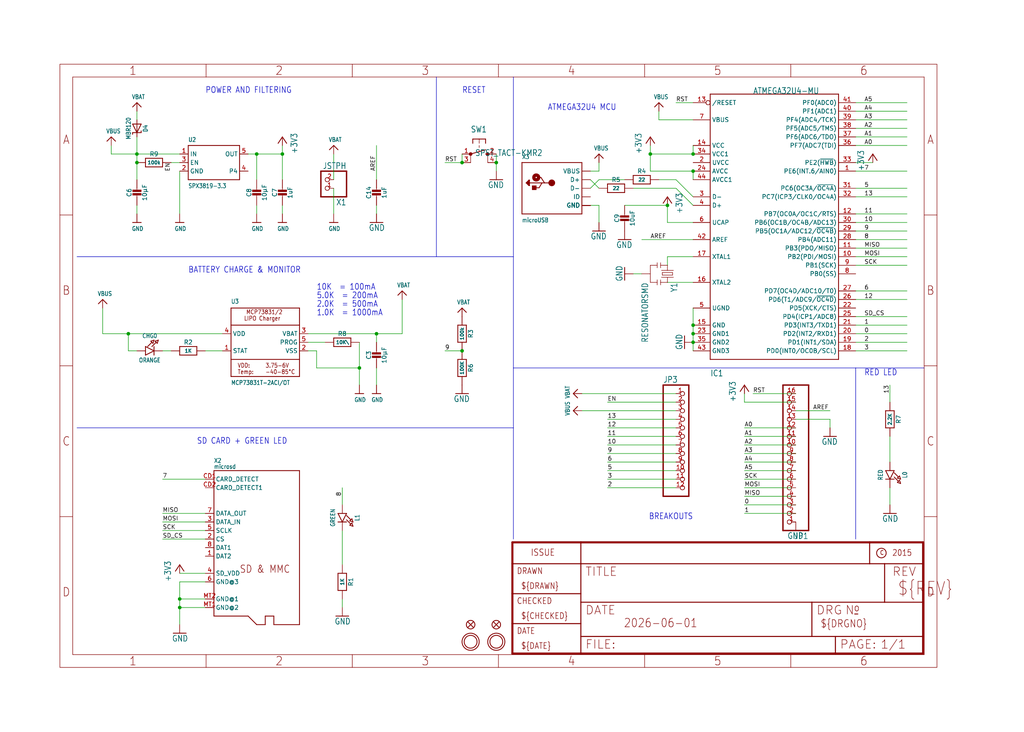
<source format=kicad_sch>
(kicad_sch (version 20230121) (generator eeschema)
  (paper "User" 303.962 217.322)
  (lib_symbols
    (symbol "working-eagle-import:+3V3" (power)
      (property "Value" "+3V3" (at -2.54 -5.08 90))
      (symbol "+3V3_1_0"
        (pin power_in line (at 0 -2.54 90) (length 2.54) (name "+3V3") (number "1"))
      )
    )
    (symbol "working-eagle-import:ATMEGA32U4-MU"
      (property "Reference" "IC" (at -17.78 -38.1 0))
      (symbol "ATMEGA32U4-MU_1_0"
        (pin bidirectional line (at 25.4 22.86 180) (length 5.08) (name "PE6(INT.6/AIN0)") (number "1"))
        (pin bidirectional line (at 25.4 -2.54 180) (length 5.08) (name "PB2(PDI/MOSI)") (number "10"))
        (pin bidirectional line (at 25.4 0 180) (length 5.08) (name "PB3(PDO/MISO)") (number "11"))
        (pin bidirectional line (at 25.4 10.16 180) (length 5.08) (name "PB7(OC0A/OC1C/RTS)") (number "12"))
        (pin bidirectional inverted (at -22.86 43.18 0) (length 5.08) (name "/RESET") (number "13"))
        (pin bidirectional line (at -22.86 30.48 0) (length 5.08) (name "VCC") (number "14"))
        (pin bidirectional line (at -22.86 -22.86 0) (length 5.08) (name "GND") (number "15"))
        (pin bidirectional line (at -22.86 -10.16 0) (length 5.08) (name "XTAL2") (number "16"))
        (pin bidirectional line (at -22.86 -2.54 0) (length 5.08) (name "XTAL1") (number "17"))
        (pin bidirectional line (at 25.4 -30.48 180) (length 5.08) (name "PD0(INT0/OC0B/SCL)") (number "18"))
        (pin bidirectional line (at 25.4 -27.94 180) (length 5.08) (name "PD1(INT1/SDA)") (number "19"))
        (pin bidirectional line (at -22.86 25.4 0) (length 5.08) (name "UVCC") (number "2"))
        (pin bidirectional line (at 25.4 -25.4 180) (length 5.08) (name "PD2(INT2/RXD1)") (number "20"))
        (pin bidirectional line (at 25.4 -22.86 180) (length 5.08) (name "PD3(INT3/TXD1)") (number "21"))
        (pin bidirectional line (at 25.4 -17.78 180) (length 5.08) (name "PD5(XCK/CTS)") (number "22"))
        (pin bidirectional line (at -22.86 -25.4 0) (length 5.08) (name "GND1") (number "23"))
        (pin bidirectional line (at -22.86 22.86 0) (length 5.08) (name "AVCC") (number "24"))
        (pin bidirectional line (at 25.4 -20.32 180) (length 5.08) (name "PD4(ICP1/ADC8)") (number "25"))
        (pin bidirectional line (at 25.4 -15.24 180) (length 5.08) (name "PD6(T1/ADC9/~{OC4D})") (number "26"))
        (pin bidirectional line (at 25.4 -12.7 180) (length 5.08) (name "PD7(OC4D/ADC10/T0)") (number "27"))
        (pin bidirectional line (at 25.4 2.54 180) (length 5.08) (name "PB4(ADC11)") (number "28"))
        (pin bidirectional line (at 25.4 5.08 180) (length 5.08) (name "PB5(OC1A/ADC12/~{OC4B})") (number "29"))
        (pin bidirectional line (at -22.86 15.24 0) (length 5.08) (name "D-") (number "3"))
        (pin bidirectional line (at 25.4 7.62 180) (length 5.08) (name "PB6(OC1B/OC4B/ADC13)") (number "30"))
        (pin bidirectional line (at 25.4 17.78 180) (length 5.08) (name "PC6(OC3A/~{OC4A})") (number "31"))
        (pin bidirectional line (at 25.4 15.24 180) (length 5.08) (name "PC7(ICP3/CLK0/OC4A)") (number "32"))
        (pin bidirectional line (at 25.4 25.4 180) (length 5.08) (name "PE2(~{HWB})") (number "33"))
        (pin bidirectional line (at -22.86 27.94 0) (length 5.08) (name "VCC1") (number "34"))
        (pin bidirectional line (at -22.86 -27.94 0) (length 5.08) (name "GND2") (number "35"))
        (pin bidirectional line (at 25.4 30.48 180) (length 5.08) (name "PF7(ADC7(TDI)") (number "36"))
        (pin bidirectional line (at 25.4 33.02 180) (length 5.08) (name "PF6(ADC6/TDO)") (number "37"))
        (pin bidirectional line (at 25.4 35.56 180) (length 5.08) (name "PF5(ADC5/TMS)") (number "38"))
        (pin bidirectional line (at 25.4 38.1 180) (length 5.08) (name "PF4(ADC4/TCK)") (number "39"))
        (pin bidirectional line (at -22.86 12.7 0) (length 5.08) (name "D+") (number "4"))
        (pin bidirectional line (at 25.4 40.64 180) (length 5.08) (name "PF1(ADC1)") (number "40"))
        (pin bidirectional line (at 25.4 43.18 180) (length 5.08) (name "PF0(ADC0)") (number "41"))
        (pin bidirectional line (at -22.86 2.54 0) (length 5.08) (name "AREF") (number "42"))
        (pin bidirectional line (at -22.86 -30.48 0) (length 5.08) (name "GND3") (number "43"))
        (pin bidirectional line (at -22.86 20.32 0) (length 5.08) (name "AVCC1") (number "44"))
        (pin bidirectional line (at -22.86 -17.78 0) (length 5.08) (name "UGND") (number "5"))
        (pin bidirectional line (at -22.86 7.62 0) (length 5.08) (name "UCAP") (number "6"))
        (pin bidirectional line (at -22.86 38.1 0) (length 5.08) (name "VBUS") (number "7"))
        (pin bidirectional line (at 25.4 -7.62 180) (length 5.08) (name "PB0(SS)") (number "8"))
        (pin bidirectional line (at 25.4 -5.08 180) (length 5.08) (name "PB1(SCK)") (number "9"))
      )
    )
    (symbol "working-eagle-import:CAP_CERAMIC0603_NO"
      (property "Reference" "C" (at -2.29 1.25 90))
      (symbol "CAP_CERAMIC0603_NO_1_0"
        (pin passive line (at 0 5.08 270) (length 2.54) (name "1") (number "1"))
        (pin passive line (at 0 -2.54 90) (length 2.54) (name "2") (number "2"))
      )
    )
    (symbol "working-eagle-import:CAP_CERAMIC0805-NOOUTLINE"
      (property "Reference" "C" (at -2.29 1.25 90))
      (symbol "CAP_CERAMIC0805-NOOUTLINE_1_0"
        (pin passive line (at 0 5.08 270) (length 2.54) (name "1") (number "1"))
        (pin passive line (at 0 -2.54 90) (length 2.54) (name "2") (number "2"))
      )
    )
    (symbol "working-eagle-import:CON_JST_PH_2PIN"
      (property "Reference" "X" (at -6.35 5.715 0))
      (symbol "CON_JST_PH_2PIN_1_0"
        (pin passive inverted (at -2.54 2.54 0) (length 2.54) (name "1") (number "1"))
        (pin passive inverted (at -2.54 0 0) (length 2.54) (name "2") (number "2"))
      )
    )
    (symbol "working-eagle-import:DIODE-SCHOTTKYSOD-123"
      (property "Reference" "D" (at 0 2.54 0))
      (symbol "DIODE-SCHOTTKYSOD-123_1_0"
        (pin passive line (at -2.54 0 0) (length 2.54) (name "A") (number "A"))
        (pin passive line (at 2.54 0 180) (length 2.54) (name "C") (number "C"))
      )
    )
    (symbol "working-eagle-import:FIDUCIAL{dblquote}{dblquote}")
    (symbol "working-eagle-import:FRAME_A4"
      (symbol "FRAME_A4_1_0"
        (text "1" (at 21.6958 1.905 0) (effects (font (size 2.54 2.286))))
        (text "1" (at 21.6958 177.165 0) (effects (font (size 2.54 2.286))))
        (text "2" (at 65.0875 1.905 0) (effects (font (size 2.54 2.286))))
        (text "2" (at 65.0875 177.165 0) (effects (font (size 2.54 2.286))))
        (text "3" (at 108.4792 1.905 0) (effects (font (size 2.54 2.286))))
        (text "3" (at 108.4792 177.165 0) (effects (font (size 2.54 2.286))))
        (text "4" (at 151.8708 1.905 0) (effects (font (size 2.54 2.286))))
        (text "4" (at 151.8708 177.165 0) (effects (font (size 2.54 2.286))))
        (text "5" (at 195.2625 1.905 0) (effects (font (size 2.54 2.286))))
        (text "5" (at 195.2625 177.165 0) (effects (font (size 2.54 2.286))))
        (text "6" (at 238.6542 1.905 0) (effects (font (size 2.54 2.286))))
        (text "6" (at 238.6542 177.165 0) (effects (font (size 2.54 2.286))))
        (text "A" (at 1.905 156.6863 0) (effects (font (size 2.54 2.286))))
        (text "A" (at 258.445 156.6863 0) (effects (font (size 2.54 2.286))))
        (text "B" (at 1.905 111.9188 0) (effects (font (size 2.54 2.286))))
        (text "B" (at 258.445 111.9188 0) (effects (font (size 2.54 2.286))))
        (text "C" (at 1.905 67.1513 0) (effects (font (size 2.54 2.286))))
        (text "C" (at 258.445 67.1513 0) (effects (font (size 2.54 2.286))))
        (text "D" (at 1.905 22.3838 0) (effects (font (size 2.54 2.286))))
        (text "D" (at 258.445 22.3838 0) (effects (font (size 2.54 2.286))))
      )
      (symbol "FRAME_A4_2_0"
        (text "${#}/${##}" (at 108.9152 2.8448 0) (effects (font (size 2.54 2.54)) (justify left bottom)))
        (text "${CHECKED}" (at 2.2352 11.7348 0) (effects (font (size 1.778 1.5113)) (justify left bottom)))
        (text "${COMPANY}" (at 23.349 29.6735 0) (effects (font (size 3.175 2.6987) (thickness 0.5397) bold) (justify left bottom)))
        (text "${CURRENT_DATE}" (at 32.7152 9.1948 0) (effects (font (size 2.54 2.159)) (justify left bottom)))
        (text "${DATE}" (at 2.2352 2.8448 0) (effects (font (size 1.778 1.5113)) (justify left bottom)))
        (text "${DRAWN}" (at 2.2352 20.6248 0) (effects (font (size 1.778 1.5113)) (justify left bottom)))
        (text "${DRGNO}" (at 91.1352 9.1948 0) (effects (font (size 2.1844 1.8567)) (justify left bottom)))
        (text "${PROJECTNAME}" (at 33.0327 2.8448 0) (effects (font (size 2.54 2.159)) (justify left bottom)))
        (text "${REV}" (at 113.9952 18.7198 0) (effects (font (size 3.81 3.2385)) (justify left bottom)))
        (text "2015" (at 112.4077 30.4673 0) (effects (font (size 1.778 1.5113)) (justify left bottom)))
        (text "C" (at 108.7564 30.7848 0) (effects (font (size 1.27 1.0795)) (justify left bottom)))
        (text "CHECKED" (at 0.9652 16.1798 0) (effects (font (size 1.778 1.5113)) (justify left bottom)))
        (text "DATE" (at 0.9652 7.2898 0) (effects (font (size 1.778 1.5113)) (justify left bottom)))
        (text "DATE" (at 21.2852 13.0048 0) (effects (font (size 2.54 2.54)) (justify left bottom)))
        (text "DRAWN" (at 0.9652 25.0698 0) (effects (font (size 1.778 1.5113)) (justify left bottom)))
        (text "DRG" (at 89.8652 13.0048 0) (effects (font (size 2.54 2.54)) (justify left bottom)))
        (text "FILE:" (at 21.2852 2.8448 0) (effects (font (size 2.54 2.54)) (justify left bottom)))
        (text "ISSUE" (at 5.0927 30.4673 0) (effects (font (size 1.9304 1.6408)) (justify left bottom)))
        (text "N" (at 98.4377 13.0048 0) (effects (font (size 2.54 2.54)) (justify left bottom)))
        (text "o" (at 100.9777 13.9573 0) (effects (font (size 2.1844 1.8567)) (justify left bottom)))
        (text "PAGE:" (at 96.8502 2.8448 0) (effects (font (size 2.54 2.54)) (justify left bottom)))
        (text "REV" (at 112.4077 24.4348 0) (effects (font (size 2.54 2.54)) (justify left bottom)))
        (text "TITLE" (at 21.2852 24.4348 0) (effects (font (size 2.54 2.54)) (justify left bottom)))
      )
    )
    (symbol "working-eagle-import:GND" (power)
      (property "Value" "GND" (at -1.524 -2.54 0))
      (symbol "GND_1_0"
        (pin power_in line (at 0 2.54 270) (length 2.54) (name "GND") (number "1"))
      )
    )
    (symbol "working-eagle-import:HEADER-1X12"
      (property "Reference" "JP" (at -6.35 18.415 0))
      (symbol "HEADER-1X12_1_0"
        (pin passive inverted (at -2.54 15.24 0) (length 2.54) (name "1") (number "1"))
        (pin passive inverted (at -2.54 -7.62 0) (length 2.54) (name "10") (number "10"))
        (pin passive inverted (at -2.54 -10.16 0) (length 2.54) (name "11") (number "11"))
        (pin passive inverted (at -2.54 -12.7 0) (length 2.54) (name "12") (number "12"))
        (pin passive inverted (at -2.54 12.7 0) (length 2.54) (name "2") (number "2"))
        (pin passive inverted (at -2.54 10.16 0) (length 2.54) (name "3") (number "3"))
        (pin passive inverted (at -2.54 7.62 0) (length 2.54) (name "4") (number "4"))
        (pin passive inverted (at -2.54 5.08 0) (length 2.54) (name "5") (number "5"))
        (pin passive inverted (at -2.54 2.54 0) (length 2.54) (name "6") (number "6"))
        (pin passive inverted (at -2.54 0 0) (length 2.54) (name "7") (number "7"))
        (pin passive inverted (at -2.54 -2.54 0) (length 2.54) (name "8") (number "8"))
        (pin passive inverted (at -2.54 -5.08 0) (length 2.54) (name "9") (number "9"))
      )
    )
    (symbol "working-eagle-import:HEADER-1X16ROUND"
      (property "Reference" "JP" (at -6.35 20.955 0))
      (symbol "HEADER-1X16ROUND_1_0"
        (pin passive inverted (at -2.54 17.78 0) (length 2.54) (name "1") (number "1"))
        (pin passive inverted (at -2.54 -5.08 0) (length 2.54) (name "10") (number "10"))
        (pin passive inverted (at -2.54 -7.62 0) (length 2.54) (name "11") (number "11"))
        (pin passive inverted (at -2.54 -10.16 0) (length 2.54) (name "12") (number "12"))
        (pin passive inverted (at -2.54 -12.7 0) (length 2.54) (name "13") (number "13"))
        (pin passive inverted (at -2.54 -15.24 0) (length 2.54) (name "14") (number "14"))
        (pin passive inverted (at -2.54 -17.78 0) (length 2.54) (name "15") (number "15"))
        (pin passive inverted (at -2.54 -20.32 0) (length 2.54) (name "16") (number "16"))
        (pin passive inverted (at -2.54 15.24 0) (length 2.54) (name "2") (number "2"))
        (pin passive inverted (at -2.54 12.7 0) (length 2.54) (name "3") (number "3"))
        (pin passive inverted (at -2.54 10.16 0) (length 2.54) (name "4") (number "4"))
        (pin passive inverted (at -2.54 7.62 0) (length 2.54) (name "5") (number "5"))
        (pin passive inverted (at -2.54 5.08 0) (length 2.54) (name "6") (number "6"))
        (pin passive inverted (at -2.54 2.54 0) (length 2.54) (name "7") (number "7"))
        (pin passive inverted (at -2.54 0 0) (length 2.54) (name "8") (number "8"))
        (pin passive inverted (at -2.54 -2.54 0) (length 2.54) (name "9") (number "9"))
      )
    )
    (symbol "working-eagle-import:LED0805_NOOUTLINE"
      (property "Reference" "D" (at -1.27 4.445 0))
      (symbol "LED0805_NOOUTLINE_1_0"
        (pin passive line (at -5.08 0 0) (length 2.54) (name "A") (number "A"))
        (pin passive line (at 2.54 0 180) (length 2.54) (name "C") (number "C"))
      )
    )
    (symbol "working-eagle-import:MCP73831/2"
      (property "Reference" "U" (at -10.16 11.43 0))
      (symbol "MCP73831/2_1_0"
        (text "-40-85°C" (at 0 -9.525 0) (effects (font (size 1.27 1.0795)) (justify left bottom)))
        (text "3.75-6V" (at 0 -7.62 0) (effects (font (size 1.27 1.0795)) (justify left bottom)))
        (text "LIPO Charger" (at -6.35 6.35 0) (effects (font (size 1.27 1.0795)) (justify left bottom)))
        (text "MCP73831/2" (at -5.715 8.255 0) (effects (font (size 1.27 1.0795)) (justify left bottom)))
        (text "Temp:" (at -8.255 -9.525 0) (effects (font (size 1.27 1.0795)) (justify left bottom)))
        (text "VDD:" (at -8.255 -7.62 0) (effects (font (size 1.27 1.0795)) (justify left bottom)))
        (pin output line (at -12.7 -2.54 0) (length 2.54) (name "STAT") (number "1"))
        (pin power_in line (at 12.7 -2.54 180) (length 2.54) (name "VSS") (number "2"))
        (pin power_in line (at 12.7 2.54 180) (length 2.54) (name "VBAT") (number "3"))
        (pin power_in line (at -12.7 2.54 0) (length 2.54) (name "VDD") (number "4"))
        (pin input line (at 12.7 0 180) (length 2.54) (name "PROG") (number "5"))
      )
    )
    (symbol "working-eagle-import:MICROSD"
      (property "Reference" "X" (at -12.7 22.606 0))
      (symbol "MICROSD_1_0"
        (text "SD & MMC" (at -5.08 -10.16 0) (effects (font (size 2.1844 1.8567)) (justify left bottom)))
        (pin bidirectional line (at -15.24 -5.08 0) (length 2.54) (name "DAT2") (number "1"))
        (pin input line (at -15.24 0 0) (length 2.54) (name "CS") (number "2"))
        (pin input line (at -15.24 5.08 0) (length 2.54) (name "DATA_IN") (number "3"))
        (pin power_in line (at -15.24 -10.16 0) (length 2.54) (name "SD_VDD") (number "4"))
        (pin input line (at -15.24 2.54 0) (length 2.54) (name "SCLK") (number "5"))
        (pin power_in line (at -15.24 -12.7 0) (length 2.54) (name "GND@3") (number "6"))
        (pin output line (at -15.24 7.62 0) (length 2.54) (name "DATA_OUT") (number "7"))
        (pin bidirectional line (at -15.24 -2.54 0) (length 2.54) (name "DAT1") (number "8"))
        (pin passive line (at -15.24 17.78 0) (length 2.54) (name "CARD_DETECT") (number "CD1"))
        (pin passive line (at -15.24 15.24 0) (length 2.54) (name "CARD_DETECT1") (number "CD2"))
        (pin power_in line (at -15.24 -20.32 0) (length 2.54) (name "GND@2") (number "MT1"))
        (pin power_in line (at -15.24 -17.78 0) (length 2.54) (name "GND@1") (number "MT2"))
      )
    )
    (symbol "working-eagle-import:MOUNTINGHOLE2.5")
    (symbol "working-eagle-import:RESISTOR_0603MP"
      (property "Reference" "R" (at 0 2.54 0))
      (symbol "RESISTOR_0603MP_1_0"
        (pin passive line (at -5.08 0 0) (length 2.54) (name "1") (number "1"))
        (pin passive line (at 5.08 0 180) (length 2.54) (name "2") (number "2"))
      )
    )
    (symbol "working-eagle-import:RESISTOR_0603_NOOUT"
      (property "Reference" "R" (at 0 2.54 0))
      (symbol "RESISTOR_0603_NOOUT_1_0"
        (pin passive line (at -5.08 0 0) (length 2.54) (name "1") (number "1"))
        (pin passive line (at 5.08 0 180) (length 2.54) (name "2") (number "2"))
      )
    )
    (symbol "working-eagle-import:RESONATORSMD"
      (property "Reference" "Y" (at 2.54 1.016 0))
      (symbol "RESONATORSMD_1_0"
        (pin passive line (at -2.54 0 0) (length 0) (name "1") (number "1"))
        (pin passive line (at 0 -7.62 90) (length 0) (name "2") (number "2"))
        (pin passive line (at 2.54 0 180) (length 0) (name "3") (number "3"))
      )
    )
    (symbol "working-eagle-import:SPST_TACT-KMR2"
      (property "Reference" "SW" (at -6.35 -2.54 90))
      (symbol "SPST_TACT-KMR2_1_0"
        (pin passive line (at 0 -5.08 90) (length 2.54) (name "P") (number "1"))
        (pin passive line (at 0 5.08 270) (length 2.54) (name "S") (number "2"))
        (pin passive line (at 2.54 -5.08 90) (length 2.54) (name "P1") (number "3"))
        (pin passive line (at 2.54 5.08 270) (length 2.54) (name "S1") (number "4"))
      )
    )
    (symbol "working-eagle-import:USB_MICRO_20329_V2"
      (property "Reference" "X" (at -10.16 8.636 0))
      (symbol "USB_MICRO_20329_V2_1_0"
        (pin power_in line (at 10.16 -5.08 180) (length 2.54) (name "GND") (number "BASE@1"))
        (pin power_in line (at 10.16 -5.08 180) (length 2.54) (name "GND") (number "BASE@2"))
        (pin bidirectional line (at 10.16 2.54 180) (length 2.54) (name "D+") (number "D+"))
        (pin bidirectional line (at 10.16 0 180) (length 2.54) (name "D-") (number "D-"))
        (pin power_in line (at 10.16 -5.08 180) (length 2.54) (name "GND") (number "GND"))
        (pin bidirectional line (at 10.16 -2.54 180) (length 2.54) (name "ID") (number "ID"))
        (pin power_in line (at 10.16 -5.08 180) (length 2.54) (name "GND") (number "SPRT@1"))
        (pin power_in line (at 10.16 -5.08 180) (length 2.54) (name "GND") (number "SPRT@2"))
        (pin power_in line (at 10.16 -5.08 180) (length 2.54) (name "GND") (number "SPRT@3"))
        (pin power_in line (at 10.16 -5.08 180) (length 2.54) (name "GND") (number "SPRT@4"))
        (pin power_in line (at 10.16 5.08 180) (length 2.54) (name "VBUS") (number "VBUS"))
      )
    )
    (symbol "working-eagle-import:VBAT" (power)
      (property "Value" "VBAT" (at -1.524 1.016 0))
      (symbol "VBAT_1_0"
        (pin power_in line (at 0 -2.54 90) (length 2.54) (name "VBAT") (number "1"))
      )
    )
    (symbol "working-eagle-import:VBUS" (power)
      (property "Value" "VBUS" (at -1.524 1.016 0))
      (symbol "VBUS_1_0"
        (pin power_in line (at 0 -2.54 90) (length 2.54) (name "VBUS") (number "1"))
      )
    )
    (symbol "working-eagle-import:VREG_SOT23-5"
      (property "Reference" "U" (at -7.62 6.096 0))
      (symbol "VREG_SOT23-5_1_0"
        (pin power_in line (at -10.16 2.54 0) (length 2.54) (name "IN") (number "1"))
        (pin power_in line (at -10.16 -2.54 0) (length 2.54) (name "GND") (number "2"))
        (pin input line (at -10.16 0 0) (length 2.54) (name "EN") (number "3"))
        (pin bidirectional line (at 10.16 -2.54 180) (length 2.54) (name "P4") (number "4"))
        (pin power_in line (at 10.16 2.54 180) (length 2.54) (name "OUT") (number "5"))
      )
    )
    (symbol "working-eagle-import:supply1_GND" (power)
      (property "Value" "supply1_GND" (at -2.54 -2.54 0))
      (symbol "supply1_GND_1_0"
        (pin power_in line (at 0 2.54 270) (length 2.54) (name "GND") (number "1"))
      )
    )
  )
  (junction (at 193.04 45.72))
  (junction (at 83.82 45.72))
  (junction (at 76.2 45.72))
  (junction (at 137.16 48.26))
  (junction (at 205.74 99.06))
  (junction (at 198.12 60.96))
  (junction (at 40.64 45.72))
  (junction (at 205.74 101.6))
  (junction (at 205.74 45.72))
  (junction (at 40.64 48.26))
  (junction (at 137.16 104.14))
  (junction (at 147.32 48.26))
  (junction (at 205.74 96.52))
  (junction (at 53.34 177.8))
  (junction (at 111.76 99.06))
  (junction (at 106.68 109.22))
  (junction (at 38.1 99.06))
  (junction (at 205.74 50.8))
  (junction (at 53.34 180.34))
  (wire (pts (xy 205.74 99.06) (xy 205.74 101.6)) (stroke (width 0.1524)))
  (wire (pts (xy 60.96 152.4) (xy 48.26 152.4)) (stroke (width 0.1524)))
  (wire (pts (xy 111.76 53.34) (xy 111.76 43.18)) (stroke (width 0.1524)))
  (wire (pts (xy 177.8 60.96) (xy 177.8 66.04)) (stroke (width 0.1524)))
  (wire (pts (xy 254 35.56) (xy 269.24 35.56)) (stroke (width 0.1524)))
  (wire (pts (xy 132.08 48.26) (xy 137.16 48.26)) (stroke (width 0.1524)))
  (wire (pts (xy 48.26 104.14) (xy 50.8 104.14)) (stroke (width 0.1524)))
  (wire (pts (xy 254 33.02) (xy 269.24 33.02)) (stroke (width 0.1524)))
  (wire (pts (xy 236.22 149.86) (xy 220.98 149.86)) (stroke (width 0.1524)))
  (wire (pts (xy 180.34 137.16) (xy 200.66 137.16)) (stroke (width 0.1524)))
  (wire (pts (xy 254 71.12) (xy 269.24 71.12)) (stroke (width 0.1524)))
  (polyline (pts (xy 254 109.22) (xy 152.4 109.22)) (stroke (width 0.1524) (type solid)))
  (wire (pts (xy 53.34 177.8) (xy 53.34 180.34)) (stroke (width 0.1524)))
  (wire (pts (xy 99.06 63.5) (xy 99.06 55.88)) (stroke (width 0.1524)))
  (wire (pts (xy 205.74 45.72) (xy 205.74 43.18)) (stroke (width 0.1524)))
  (wire (pts (xy 220.98 119.38) (xy 236.22 119.38)) (stroke (width 0.1524)))
  (wire (pts (xy 111.76 60.96) (xy 111.76 63.5)) (stroke (width 0.1524)))
  (wire (pts (xy 254 40.64) (xy 269.24 40.64)) (stroke (width 0.1524)))
  (wire (pts (xy 111.76 99.06) (xy 91.44 99.06)) (stroke (width 0.1524)))
  (wire (pts (xy 38.1 104.14) (xy 38.1 99.06)) (stroke (width 0.1524)))
  (wire (pts (xy 187.96 55.88) (xy 200.66 55.88)) (stroke (width 0.1524)))
  (polyline (pts (xy 152.4 160.02) (xy 152.4 127)) (stroke (width 0.1524) (type solid)))
  (wire (pts (xy 111.76 99.06) (xy 119.38 99.06)) (stroke (width 0.1524)))
  (wire (pts (xy 91.44 104.14) (xy 93.98 104.14)) (stroke (width 0.1524)))
  (wire (pts (xy 137.16 104.14) (xy 132.08 104.14)) (stroke (width 0.1524)))
  (wire (pts (xy 193.04 45.72) (xy 193.04 43.18)) (stroke (width 0.1524)))
  (wire (pts (xy 147.32 50.8) (xy 147.32 48.26)) (stroke (width 0.1524)))
  (wire (pts (xy 254 43.18) (xy 269.24 43.18)) (stroke (width 0.1524)))
  (wire (pts (xy 254 66.04) (xy 269.24 66.04)) (stroke (width 0.1524)))
  (wire (pts (xy 200.66 129.54) (xy 180.34 129.54)) (stroke (width 0.1524)))
  (wire (pts (xy 76.2 60.96) (xy 76.2 63.5)) (stroke (width 0.1524)))
  (wire (pts (xy 175.26 55.88) (xy 177.8 53.34)) (stroke (width 0.1524)))
  (wire (pts (xy 60.96 177.8) (xy 53.34 177.8)) (stroke (width 0.1524)))
  (wire (pts (xy 254 55.88) (xy 269.24 55.88)) (stroke (width 0.1524)))
  (polyline (pts (xy 152.4 109.22) (xy 152.4 76.2)) (stroke (width 0.1524) (type solid)))
  (wire (pts (xy 53.34 180.34) (xy 53.34 185.42)) (stroke (width 0.1524)))
  (polyline (pts (xy 152.4 127) (xy 152.4 109.22)) (stroke (width 0.1524) (type solid)))
  (wire (pts (xy 220.98 147.32) (xy 236.22 147.32)) (stroke (width 0.1524)))
  (wire (pts (xy 195.58 35.56) (xy 195.58 33.02)) (stroke (width 0.1524)))
  (wire (pts (xy 198.12 66.04) (xy 198.12 60.96)) (stroke (width 0.1524)))
  (wire (pts (xy 254 50.8) (xy 269.24 50.8)) (stroke (width 0.1524)))
  (polyline (pts (xy 254 160.02) (xy 254 109.22)) (stroke (width 0.1524) (type solid)))
  (wire (pts (xy 220.98 139.7) (xy 236.22 139.7)) (stroke (width 0.1524)))
  (wire (pts (xy 254 104.14) (xy 269.24 104.14)) (stroke (width 0.1524)))
  (wire (pts (xy 220.98 116.84) (xy 220.98 119.38)) (stroke (width 0.1524)))
  (wire (pts (xy 205.74 53.34) (xy 205.74 50.8)) (stroke (width 0.1524)))
  (wire (pts (xy 200.66 134.62) (xy 180.34 134.62)) (stroke (width 0.1524)))
  (wire (pts (xy 236.22 121.92) (xy 246.38 121.92)) (stroke (width 0.1524)))
  (wire (pts (xy 76.2 45.72) (xy 83.82 45.72)) (stroke (width 0.1524)))
  (wire (pts (xy 236.22 137.16) (xy 220.98 137.16)) (stroke (width 0.1524)))
  (wire (pts (xy 193.04 50.8) (xy 193.04 45.72)) (stroke (width 0.1524)))
  (wire (pts (xy 177.8 50.8) (xy 177.8 48.26)) (stroke (width 0.1524)))
  (wire (pts (xy 60.96 180.34) (xy 53.34 180.34)) (stroke (width 0.1524)))
  (wire (pts (xy 147.32 45.72) (xy 147.32 48.26)) (stroke (width 0.1524)))
  (wire (pts (xy 53.34 172.72) (xy 53.34 177.8)) (stroke (width 0.1524)))
  (wire (pts (xy 180.34 119.38) (xy 200.66 119.38)) (stroke (width 0.1524)))
  (wire (pts (xy 83.82 60.96) (xy 83.82 63.5)) (stroke (width 0.1524)))
  (wire (pts (xy 220.98 134.62) (xy 236.22 134.62)) (stroke (width 0.1524)))
  (wire (pts (xy 40.64 60.96) (xy 40.64 63.5)) (stroke (width 0.1524)))
  (wire (pts (xy 38.1 99.06) (xy 66.04 99.06)) (stroke (width 0.1524)))
  (wire (pts (xy 254 73.66) (xy 269.24 73.66)) (stroke (width 0.1524)))
  (wire (pts (xy 60.96 104.14) (xy 66.04 104.14)) (stroke (width 0.1524)))
  (polyline (pts (xy 274.32 109.22) (xy 254 109.22)) (stroke (width 0.1524) (type solid)))
  (wire (pts (xy 180.34 144.78) (xy 200.66 144.78)) (stroke (width 0.1524)))
  (wire (pts (xy 200.66 139.7) (xy 180.34 139.7)) (stroke (width 0.1524)))
  (wire (pts (xy 205.74 91.44) (xy 205.74 96.52)) (stroke (width 0.1524)))
  (wire (pts (xy 205.74 101.6) (xy 205.74 104.14)) (stroke (width 0.1524)))
  (wire (pts (xy 99.06 45.72) (xy 99.06 53.34)) (stroke (width 0.1524)))
  (polyline (pts (xy 152.4 76.2) (xy 129.54 76.2)) (stroke (width 0.1524) (type solid)))
  (wire (pts (xy 48.26 160.02) (xy 60.96 160.02)) (stroke (width 0.1524)))
  (wire (pts (xy 236.22 132.08) (xy 220.98 132.08)) (stroke (width 0.1524)))
  (wire (pts (xy 53.34 45.72) (xy 40.64 45.72)) (stroke (width 0.1524)))
  (wire (pts (xy 236.22 127) (xy 220.98 127)) (stroke (width 0.1524)))
  (wire (pts (xy 254 96.52) (xy 269.24 96.52)) (stroke (width 0.1524)))
  (polyline (pts (xy 152.4 76.2) (xy 152.4 22.86)) (stroke (width 0.1524) (type solid)))
  (wire (pts (xy 254 86.36) (xy 269.24 86.36)) (stroke (width 0.1524)))
  (wire (pts (xy 198.12 76.2) (xy 198.12 78.74)) (stroke (width 0.1524)))
  (wire (pts (xy 33.02 45.72) (xy 40.64 45.72)) (stroke (width 0.1524)))
  (wire (pts (xy 264.16 144.78) (xy 264.16 149.86)) (stroke (width 0.1524)))
  (wire (pts (xy 101.6 157.48) (xy 101.6 167.64)) (stroke (width 0.1524)))
  (wire (pts (xy 30.48 99.06) (xy 38.1 99.06)) (stroke (width 0.1524)))
  (wire (pts (xy 40.64 45.72) (xy 40.64 48.26)) (stroke (width 0.1524)))
  (wire (pts (xy 60.96 142.24) (xy 48.26 142.24)) (stroke (width 0.1524)))
  (wire (pts (xy 177.8 53.34) (xy 185.42 53.34)) (stroke (width 0.1524)))
  (wire (pts (xy 33.02 43.18) (xy 33.02 45.72)) (stroke (width 0.1524)))
  (wire (pts (xy 193.04 45.72) (xy 205.74 45.72)) (stroke (width 0.1524)))
  (wire (pts (xy 264.16 119.38) (xy 264.16 114.3)) (stroke (width 0.1524)))
  (wire (pts (xy 83.82 45.72) (xy 83.82 53.34)) (stroke (width 0.1524)))
  (wire (pts (xy 200.66 121.92) (xy 172.72 121.92)) (stroke (width 0.1524)))
  (wire (pts (xy 187.96 81.28) (xy 190.5 81.28)) (stroke (width 0.1524)))
  (wire (pts (xy 175.26 53.34) (xy 177.8 55.88)) (stroke (width 0.1524)))
  (wire (pts (xy 91.44 101.6) (xy 96.52 101.6)) (stroke (width 0.1524)))
  (wire (pts (xy 137.16 48.26) (xy 137.16 45.72)) (stroke (width 0.1524)))
  (wire (pts (xy 205.74 35.56) (xy 195.58 35.56)) (stroke (width 0.1524)))
  (wire (pts (xy 254 38.1) (xy 269.24 38.1)) (stroke (width 0.1524)))
  (wire (pts (xy 40.64 104.14) (xy 38.1 104.14)) (stroke (width 0.1524)))
  (wire (pts (xy 93.98 104.14) (xy 93.98 109.22)) (stroke (width 0.1524)))
  (wire (pts (xy 269.24 99.06) (xy 254 99.06)) (stroke (width 0.1524)))
  (wire (pts (xy 53.34 170.18) (xy 60.96 170.18)) (stroke (width 0.1524)))
  (wire (pts (xy 106.68 109.22) (xy 106.68 114.3)) (stroke (width 0.1524)))
  (wire (pts (xy 93.98 109.22) (xy 106.68 109.22)) (stroke (width 0.1524)))
  (wire (pts (xy 190.5 71.12) (xy 205.74 71.12)) (stroke (width 0.1524)))
  (wire (pts (xy 195.58 53.34) (xy 200.66 53.34)) (stroke (width 0.1524)))
  (wire (pts (xy 264.16 129.54) (xy 264.16 137.16)) (stroke (width 0.1524)))
  (wire (pts (xy 30.48 91.44) (xy 30.48 99.06)) (stroke (width 0.1524)))
  (wire (pts (xy 236.22 124.46) (xy 246.38 124.46)) (stroke (width 0.1524)))
  (wire (pts (xy 198.12 76.2) (xy 205.74 76.2)) (stroke (width 0.1524)))
  (wire (pts (xy 254 76.2) (xy 269.24 76.2)) (stroke (width 0.1524)))
  (wire (pts (xy 236.22 142.24) (xy 220.98 142.24)) (stroke (width 0.1524)))
  (wire (pts (xy 236.22 116.84) (xy 223.52 116.84)) (stroke (width 0.1524)))
  (wire (pts (xy 111.76 101.6) (xy 111.76 99.06)) (stroke (width 0.1524)))
  (wire (pts (xy 246.38 124.46) (xy 246.38 127)) (stroke (width 0.1524)))
  (wire (pts (xy 254 30.48) (xy 269.24 30.48)) (stroke (width 0.1524)))
  (wire (pts (xy 254 101.6) (xy 269.24 101.6)) (stroke (width 0.1524)))
  (wire (pts (xy 101.6 177.8) (xy 101.6 180.34)) (stroke (width 0.1524)))
  (wire (pts (xy 172.72 116.84) (xy 200.66 116.84)) (stroke (width 0.1524)))
  (wire (pts (xy 220.98 129.54) (xy 236.22 129.54)) (stroke (width 0.1524)))
  (wire (pts (xy 200.66 142.24) (xy 180.34 142.24)) (stroke (width 0.1524)))
  (wire (pts (xy 48.26 154.94) (xy 60.96 154.94)) (stroke (width 0.1524)))
  (wire (pts (xy 175.26 50.8) (xy 177.8 50.8)) (stroke (width 0.1524)))
  (wire (pts (xy 111.76 109.22) (xy 111.76 114.3)) (stroke (width 0.1524)))
  (wire (pts (xy 119.38 88.9) (xy 119.38 99.06)) (stroke (width 0.1524)))
  (wire (pts (xy 40.64 48.26) (xy 40.64 53.34)) (stroke (width 0.1524)))
  (polyline (pts (xy 152.4 127) (xy 22.86 127)) (stroke (width 0.1524) (type solid)))
  (wire (pts (xy 60.96 157.48) (xy 48.26 157.48)) (stroke (width 0.1524)))
  (wire (pts (xy 198.12 83.82) (xy 205.74 83.82)) (stroke (width 0.1524)))
  (wire (pts (xy 254 58.42) (xy 269.24 58.42)) (stroke (width 0.1524)))
  (wire (pts (xy 205.74 50.8) (xy 193.04 50.8)) (stroke (width 0.1524)))
  (wire (pts (xy 175.26 60.96) (xy 177.8 60.96)) (stroke (width 0.1524)))
  (wire (pts (xy 254 78.74) (xy 269.24 78.74)) (stroke (width 0.1524)))
  (wire (pts (xy 83.82 45.72) (xy 83.82 43.18)) (stroke (width 0.1524)))
  (wire (pts (xy 254 48.26) (xy 259.08 48.26)) (stroke (width 0.1524)))
  (wire (pts (xy 205.74 96.52) (xy 205.74 99.06)) (stroke (width 0.1524)))
  (wire (pts (xy 236.22 144.78) (xy 220.98 144.78)) (stroke (width 0.1524)))
  (wire (pts (xy 205.74 30.48) (xy 200.66 30.48)) (stroke (width 0.1524)))
  (wire (pts (xy 101.6 149.86) (xy 101.6 144.78)) (stroke (width 0.1524)))
  (wire (pts (xy 200.66 124.46) (xy 180.34 124.46)) (stroke (width 0.1524)))
  (wire (pts (xy 254 63.5) (xy 269.24 63.5)) (stroke (width 0.1524)))
  (wire (pts (xy 53.34 50.8) (xy 53.34 63.5)) (stroke (width 0.1524)))
  (wire (pts (xy 220.98 152.4) (xy 236.22 152.4)) (stroke (width 0.1524)))
  (wire (pts (xy 76.2 53.34) (xy 76.2 45.72)) (stroke (width 0.1524)))
  (wire (pts (xy 60.96 172.72) (xy 53.34 172.72)) (stroke (width 0.1524)))
  (wire (pts (xy 40.64 35.56) (xy 40.64 33.02)) (stroke (width 0.1524)))
  (wire (pts (xy 198.12 60.96) (xy 185.42 60.96)) (stroke (width 0.1524)))
  (wire (pts (xy 40.64 40.64) (xy 40.64 45.72)) (stroke (width 0.1524)))
  (wire (pts (xy 254 68.58) (xy 269.24 68.58)) (stroke (width 0.1524)))
  (wire (pts (xy 254 93.98) (xy 269.24 93.98)) (stroke (width 0.1524)))
  (wire (pts (xy 200.66 55.88) (xy 205.74 60.96)) (stroke (width 0.1524)))
  (wire (pts (xy 200.66 53.34) (xy 205.74 58.42)) (stroke (width 0.1524)))
  (wire (pts (xy 180.34 132.08) (xy 200.66 132.08)) (stroke (width 0.1524)))
  (wire (pts (xy 180.34 127) (xy 200.66 127)) (stroke (width 0.1524)))
  (wire (pts (xy 205.74 66.04) (xy 198.12 66.04)) (stroke (width 0.1524)))
  (wire (pts (xy 50.8 48.26) (xy 53.34 48.26)) (stroke (width 0.1524)))
  (wire (pts (xy 106.68 101.6) (xy 106.68 109.22)) (stroke (width 0.1524)))
  (polyline (pts (xy 129.54 76.2) (xy 129.54 22.86)) (stroke (width 0.1524) (type solid)))
  (wire (pts (xy 73.66 45.72) (xy 76.2 45.72)) (stroke (width 0.1524)))
  (wire (pts (xy 254 88.9) (xy 269.24 88.9)) (stroke (width 0.1524)))
  (polyline (pts (xy 22.86 76.2) (xy 129.54 76.2)) (stroke (width 0.1524) (type solid)))
  (text "10K  = 100mA" (at 93.98 86.36 0) (effects (font (size 1.778 1.5113)) (justify left bottom)))
  (text "RESET" (at 137.16 27.94 0) (effects (font (size 1.778 1.5113)) (justify left bottom)))
  (text "5.0K  = 200mA" (at 93.98 88.9 0) (effects (font (size 1.778 1.5113)) (justify left bottom)))
  (text "BATTERY CHARGE & MONITOR" (at 55.88 81.28 0) (effects (font (size 1.778 1.5113)) (justify left bottom)))
  (text "2.0K  = 500mA" (at 93.98 91.44 0) (effects (font (size 1.778 1.5113)) (justify left bottom)))
  (text "SD CARD + GREEN LED" (at 58.42 132.08 0) (effects (font (size 1.778 1.5113)) (justify left bottom)))
  (text "ATMEGA32U4 MCU" (at 162.56 33.02 0) (effects (font (size 1.778 1.5113)) (justify left bottom)))
  (text "1.0K  = 1000mA" (at 93.98 93.98 0) (effects (font (size 1.778 1.5113)) (justify left bottom)))
  (text "POWER AND FILTERING" (at 60.96 27.94 0) (effects (font (size 1.778 1.5113)) (justify left bottom)))
  (text "BREAKOUTS" (at 205.74 152.4 0) (effects (font (size 1.778 1.5113)) (justify right top)))
  (text "RED LED" (at 256.54 111.76 0) (effects (font (size 1.778 1.5113)) (justify left bottom)))
  (label "1" (at 256.54 96.52 0) (effects (font (size 1.2446 1.2446))))
  (label "SCK" (at 256.54 78.74 0) (effects (font (size 1.2446 1.2446))))
  (label "8" (at 101.6 147.32 90) (effects (font (size 1.2446 1.2446))))
  (label "5" (at 256.54 55.88 0) (effects (font (size 1.2446 1.2446))))
  (label "MOSI" (at 256.54 76.2 0) (effects (font (size 1.2446 1.2446))))
  (label "6" (at 180.34 137.16 0) (effects (font (size 1.2446 1.2446))))
  (label "2" (at 256.54 101.6 0) (effects (font (size 1.2446 1.2446))))
  (label "9" (at 256.54 68.58 0) (effects (font (size 1.2446 1.2446))))
  (label "10" (at 256.54 66.04 0) (effects (font (size 1.2446 1.2446))))
  (label "A3" (at 256.54 35.56 0) (effects (font (size 1.2446 1.2446))))
  (label "2" (at 180.34 144.78 0) (effects (font (size 1.2446 1.2446))))
  (label "SD_CS" (at 48.26 160.02 0) (effects (font (size 1.2446 1.2446))))
  (label "MOSI" (at 48.26 154.94 0) (effects (font (size 1.2446 1.2446))))
  (label "A1" (at 256.54 40.64 0) (effects (font (size 1.2446 1.2446))))
  (label "11" (at 180.34 129.54 0) (effects (font (size 1.2446 1.2446))))
  (label "AREF" (at 241.3 121.92 0) (effects (font (size 1.2446 1.2446))))
  (label "EN" (at 50.8 48.26 270) (effects (font (size 1.2446 1.2446))))
  (label "A5" (at 220.98 139.7 0) (effects (font (size 1.2446 1.2446))))
  (label "9" (at 180.34 134.62 0) (effects (font (size 1.2446 1.2446))))
  (label "MISO" (at 256.54 73.66 0) (effects (font (size 1.2446 1.2446))))
  (label "RST" (at 132.08 48.26 0) (effects (font (size 1.2446 1.2446))))
  (label "7" (at 256.54 50.8 0) (effects (font (size 1.2446 1.2446))))
  (label "7" (at 48.26 142.24 0) (effects (font (size 1.2446 1.2446))))
  (label "A5" (at 256.54 30.48 0) (effects (font (size 1.2446 1.2446))))
  (label "RST" (at 223.52 116.84 0) (effects (font (size 1.2446 1.2446))))
  (label "13" (at 264.16 116.84 90) (effects (font (size 1.2446 1.2446))))
  (label "RST" (at 200.66 30.48 0) (effects (font (size 1.2446 1.2446))))
  (label "A0" (at 256.54 43.18 0) (effects (font (size 1.2446 1.2446))))
  (label "1" (at 220.98 152.4 0) (effects (font (size 1.2446 1.2446))))
  (label "A3" (at 220.98 134.62 0) (effects (font (size 1.2446 1.2446))))
  (label "12" (at 256.54 88.9 0) (effects (font (size 1.2446 1.2446))))
  (label "MOSI" (at 220.98 144.78 0) (effects (font (size 1.2446 1.2446))))
  (label "A1" (at 220.98 129.54 0) (effects (font (size 1.2446 1.2446))))
  (label "9" (at 132.08 104.14 0) (effects (font (size 1.2446 1.2446))))
  (label "A4" (at 256.54 33.02 0) (effects (font (size 1.2446 1.2446))))
  (label "A2" (at 256.54 38.1 0) (effects (font (size 1.2446 1.2446))))
  (label "13" (at 256.54 58.42 0) (effects (font (size 1.2446 1.2446))))
  (label "MISO" (at 48.26 152.4 0) (effects (font (size 1.2446 1.2446))))
  (label "3" (at 180.34 142.24 0) (effects (font (size 1.2446 1.2446))))
  (label "SCK" (at 48.26 157.48 0) (effects (font (size 1.2446 1.2446))))
  (label "0" (at 256.54 99.06 0) (effects (font (size 1.2446 1.2446))))
  (label "EN" (at 180.34 119.38 0) (effects (font (size 1.2446 1.2446))))
  (label "SD_CS" (at 256.54 93.98 0) (effects (font (size 1.2446 1.2446))))
  (label "8" (at 256.54 71.12 0) (effects (font (size 1.2446 1.2446))))
  (label "12" (at 180.34 127 0) (effects (font (size 1.2446 1.2446))))
  (label "A2" (at 220.98 132.08 0) (effects (font (size 1.2446 1.2446))))
  (label "SCK" (at 220.98 142.24 0) (effects (font (size 1.2446 1.2446))))
  (label "AREF" (at 111.76 50.8 90) (effects (font (size 1.2446 1.2446))))
  (label "0" (at 220.98 149.86 0) (effects (font (size 1.2446 1.2446))))
  (label "A4" (at 220.98 137.16 0) (effects (font (size 1.2446 1.2446))))
  (label "AREF" (at 193.04 71.12 0) (effects (font (size 1.2446 1.2446))))
  (label "10" (at 180.34 132.08 0) (effects (font (size 1.2446 1.2446))))
  (label "MISO" (at 220.98 147.32 0) (effects (font (size 1.2446 1.2446))))
  (label "6" (at 256.54 86.36 0) (effects (font (size 1.2446 1.2446))))
  (label "11" (at 256.54 63.5 0) (effects (font (size 1.2446 1.2446))))
  (label "A0" (at 220.98 127 0) (effects (font (size 1.2446 1.2446))))
  (label "5" (at 180.34 139.7 0) (effects (font (size 1.2446 1.2446))))
  (label "3" (at 256.54 104.14 0) (effects (font (size 1.2446 1.2446))))
  (label "13" (at 180.34 124.46 0) (effects (font (size 1.2446 1.2446))))
  (symbol (lib_id "working-eagle-import:VBAT") (at 137.16 91.44 0) (unit 1)
    (property "Reference" "#U$2" (effects hide))
    (property "Value" "VBAT" (at 135.636 90.424 0) (effects (font (size 1.27 1.0795)) (justify left bottom)))
  )
  (symbol (lib_id "working-eagle-import:RESISTOR_0603_NOOUT") (at 182.88 55.88 0) (unit 1)
    (property "Reference" "R5" (at 182.88 53.34 0))
    (property "Value" "22" (at 182.88 55.88 0) (effects (font (size 1.016 1.016) bold)))
    (property "Footprint" "working:0603-NO" (effects hide))
  )
  (symbol (lib_id "working-eagle-import:CAP_CERAMIC0805-NOOUTLINE") (at 111.76 106.68 0) (unit 1)
    (property "Reference" "C3" (at 109.47 105.43 90))
    (property "Value" "10µF" (at 114.06 105.43 90))
    (property "Footprint" "working:0805-NO" (effects hide))
  )
  (symbol (lib_id "working-eagle-import:GND") (at 53.34 66.04 0) (unit 1)
    (property "Reference" "#U$30" (effects hide))
    (property "Value" "GND" (at 51.816 68.58 0) (effects (font (size 1.27 1.0795)) (justify left bottom)))
  )
  (symbol (lib_id "working-eagle-import:LED0805_NOOUTLINE") (at 264.16 142.24 270) (unit 1)
    (property "Reference" "L0" (at 268.605 140.97 0) (effects (font (size 1.27 1.0795))))
    (property "Value" "RED" (at 261.366 140.97 0) (effects (font (size 1.27 1.0795))))
    (property "Footprint" "working:CHIPLED_0805_NOOUTLINE" (effects hide))
  )
  (symbol (lib_id "working-eagle-import:MOUNTINGHOLE2.5") (at 139.7 190.5 0) (unit 1)
    (property "Reference" "U$31" (effects hide))
    (property "Value" "MOUNTINGHOLE2.5" (effects hide))
    (property "Footprint" "working:MOUNTINGHOLE_2.5_PLATED" (effects hide))
  )
  (symbol (lib_id "working-eagle-import:LED0805_NOOUTLINE") (at 101.6 154.94 270) (unit 1)
    (property "Reference" "L1" (at 106.045 153.67 0) (effects (font (size 1.27 1.0795))))
    (property "Value" "GREEN" (at 98.806 153.67 0) (effects (font (size 1.27 1.0795))))
    (property "Footprint" "working:CHIPLED_0805_NOOUTLINE" (effects hide))
  )
  (symbol (lib_id "working-eagle-import:supply1_GND") (at 53.34 187.96 0) (mirror y) (unit 1)
    (property "Reference" "#GND8" (effects hide))
    (property "Value" "GND" (at 55.88 190.5 0) (effects (font (size 1.778 1.5113)) (justify left bottom)))
  )
  (symbol (lib_id "working-eagle-import:MOUNTINGHOLE2.5") (at 147.32 190.5 0) (unit 1)
    (property "Reference" "U$32" (effects hide))
    (property "Value" "MOUNTINGHOLE2.5" (effects hide))
    (property "Footprint" "working:MOUNTINGHOLE_2.5_PLATED" (effects hide))
  )
  (symbol (lib_id "working-eagle-import:+3V3") (at 259.08 45.72 0) (unit 1)
    (property "Reference" "#+3V7" (effects hide))
    (property "Value" "+3V3" (at 256.54 50.8 90) (effects (font (size 1.778 1.5113)) (justify left bottom)))
  )
  (symbol (lib_id "working-eagle-import:HEADER-1X12") (at 203.2 132.08 0) (unit 1)
    (property "Reference" "JP3" (at 196.85 113.665 0) (effects (font (size 1.778 1.5113)) (justify left bottom)))
    (property "Value" "HEADER-1X12" (effects hide))
    (property "Footprint" "working:1X12_ROUND" (effects hide))
  )
  (symbol (lib_id "working-eagle-import:supply1_GND") (at 137.16 116.84 0) (unit 1)
    (property "Reference" "#GND13" (effects hide))
    (property "Value" "GND" (at 134.62 119.38 0) (effects (font (size 1.778 1.5113)) (justify left bottom)))
  )
  (symbol (lib_id "working-eagle-import:CAP_CERAMIC0805-NOOUTLINE") (at 185.42 66.04 0) (unit 1)
    (property "Reference" "C9" (at 183.13 64.79 90))
    (property "Value" "10uF" (at 187.72 64.79 90))
    (property "Footprint" "working:0805-NO" (effects hide))
  )
  (symbol (lib_id "working-eagle-import:SPST_TACT-KMR2") (at 142.24 45.72 270) (unit 1)
    (property "Reference" "SW1" (at 139.7 39.37 90) (effects (font (size 1.778 1.5113)) (justify left bottom)))
    (property "Value" "SPST_TACT-KMR2" (at 140.97 46.355 90) (effects (font (size 1.778 1.5113)) (justify left bottom)))
    (property "Footprint" "working:KMR2" (effects hide))
  )
  (symbol (lib_id "working-eagle-import:MCP73831/2") (at 78.74 101.6 0) (unit 1)
    (property "Reference" "U3" (at 68.58 90.17 0) (effects (font (size 1.27 1.0795)) (justify left bottom)))
    (property "Value" "MCP73831T-2ACI/OT" (at 68.58 114.3 0) (effects (font (size 1.27 1.0795)) (justify left bottom)))
    (property "Footprint" "working:SOT23-5" (effects hide))
  )
  (symbol (lib_id "working-eagle-import:+3V3") (at 83.82 40.64 0) (mirror y) (unit 1)
    (property "Reference" "#+3V4" (effects hide))
    (property "Value" "+3V3" (at 86.36 45.72 90) (effects (font (size 1.778 1.5113)) (justify left bottom)))
  )
  (symbol (lib_id "working-eagle-import:supply1_GND") (at 111.76 66.04 0) (mirror y) (unit 1)
    (property "Reference" "#GND12" (effects hide))
    (property "Value" "GND" (at 114.3 68.58 0) (effects (font (size 1.778 1.5113)) (justify left bottom)))
  )
  (symbol (lib_id "working-eagle-import:supply1_GND") (at 264.16 152.4 0) (mirror y) (unit 1)
    (property "Reference" "#GND10" (effects hide))
    (property "Value" "GND" (at 266.7 154.94 0) (effects (font (size 1.778 1.5113)) (justify left bottom)))
  )
  (symbol (lib_id "working-eagle-import:CAP_CERAMIC0603_NO") (at 83.82 58.42 0) (unit 1)
    (property "Reference" "C7" (at 81.53 57.17 90))
    (property "Value" "1uF" (at 86.12 57.17 90))
    (property "Footprint" "working:0603-NO" (effects hide))
  )
  (symbol (lib_id "working-eagle-import:GND") (at 83.82 66.04 0) (unit 1)
    (property "Reference" "#U$28" (effects hide))
    (property "Value" "GND" (at 82.296 68.58 0) (effects (font (size 1.27 1.0795)) (justify left bottom)))
  )
  (symbol (lib_id "working-eagle-import:supply1_GND") (at 236.22 157.48 0) (unit 1)
    (property "Reference" "#GND11" (effects hide))
    (property "Value" "GND" (at 233.68 160.02 0) (effects (font (size 1.778 1.5113)) (justify left bottom)))
  )
  (symbol (lib_id "working-eagle-import:USB_MICRO_20329_V2") (at 165.1 55.88 0) (unit 1)
    (property "Reference" "X3" (at 154.94 47.244 0) (effects (font (size 1.27 1.0795)) (justify left bottom)))
    (property "Value" "microUSB" (at 154.94 66.04 0) (effects (font (size 1.27 1.0795)) (justify left bottom)))
    (property "Footprint" "working:4UCONN_20329_V2" (effects hide))
  )
  (symbol (lib_id "working-eagle-import:RESISTOR_0603_NOOUT") (at 190.5 53.34 0) (unit 1)
    (property "Reference" "R4" (at 190.5 50.8 0))
    (property "Value" "22" (at 190.5 53.34 0) (effects (font (size 1.016 1.016) bold)))
    (property "Footprint" "working:0603-NO" (effects hide))
  )
  (symbol (lib_id "working-eagle-import:CAP_CERAMIC0805-NOOUTLINE") (at 40.64 58.42 0) (unit 1)
    (property "Reference" "C6" (at 38.35 57.17 90))
    (property "Value" "10µF" (at 42.94 57.17 90))
    (property "Footprint" "working:0805-NO" (effects hide))
  )
  (symbol (lib_id "working-eagle-import:VBAT") (at 40.64 30.48 0) (unit 1)
    (property "Reference" "#U$21" (effects hide))
    (property "Value" "VBAT" (at 39.116 29.464 0) (effects (font (size 1.27 1.0795)) (justify left bottom)))
  )
  (symbol (lib_id "working-eagle-import:VBUS") (at 177.8 45.72 0) (unit 1)
    (property "Reference" "#U$1" (effects hide))
    (property "Value" "VBUS" (at 176.276 44.704 0) (effects (font (size 1.27 1.0795)) (justify left bottom)))
  )
  (symbol (lib_id "working-eagle-import:+3V3") (at 53.34 167.64 0) (unit 1)
    (property "Reference" "#+3V2" (effects hide))
    (property "Value" "+3V3" (at 50.8 172.72 90) (effects (font (size 1.778 1.5113)) (justify left bottom)))
  )
  (symbol (lib_id "working-eagle-import:VREG_SOT23-5") (at 63.5 48.26 0) (unit 1)
    (property "Reference" "U2" (at 55.88 42.164 0) (effects (font (size 1.27 1.0795)) (justify left bottom)))
    (property "Value" "SPX3819-3.3" (at 55.88 55.88 0) (effects (font (size 1.27 1.0795)) (justify left bottom)))
    (property "Footprint" "working:SOT23-5" (effects hide))
  )
  (symbol (lib_id "working-eagle-import:FIDUCIAL{dblquote}{dblquote}") (at 139.7 185.42 0) (unit 1)
    (property "Reference" "U$34" (effects hide))
    (property "Value" "FIDUCIAL{dblquote}{dblquote}" (effects hide))
    (property "Footprint" "working:FIDUCIAL_1MM" (effects hide))
  )
  (symbol (lib_id "working-eagle-import:CAP_CERAMIC0603_NO") (at 111.76 58.42 0) (unit 1)
    (property "Reference" "C14" (at 109.47 57.17 90))
    (property "Value" "1uF" (at 114.06 57.17 90))
    (property "Footprint" "working:0603-NO" (effects hide))
  )
  (symbol (lib_id "working-eagle-import:RESISTOR_0603_NOOUT") (at 45.72 48.26 0) (unit 1)
    (property "Reference" "R9" (at 45.72 45.72 0))
    (property "Value" "100k" (at 45.72 48.26 0) (effects (font (size 1.016 1.016) bold)))
    (property "Footprint" "working:0603-NO" (effects hide))
  )
  (symbol (lib_id "working-eagle-import:VBAT") (at 119.38 86.36 0) (unit 1)
    (property "Reference" "#U$39" (effects hide))
    (property "Value" "VBAT" (at 117.856 85.344 0) (effects (font (size 1.27 1.0795)) (justify left bottom)))
  )
  (symbol (lib_id "working-eagle-import:supply1_GND") (at 185.42 71.12 0) (unit 1)
    (property "Reference" "#GND3" (effects hide))
    (property "Value" "GND" (at 182.88 73.66 0) (effects (font (size 1.778 1.5113)) (justify left bottom)))
  )
  (symbol (lib_id "working-eagle-import:CAP_CERAMIC0805-NOOUTLINE") (at 76.2 58.42 0) (unit 1)
    (property "Reference" "C8" (at 73.91 57.17 90))
    (property "Value" "10µF" (at 78.5 57.17 90))
    (property "Footprint" "working:0805-NO" (effects hide))
  )
  (symbol (lib_id "working-eagle-import:GND") (at 106.68 116.84 0) (unit 1)
    (property "Reference" "#U$36" (effects hide))
    (property "Value" "GND" (at 105.156 119.38 0) (effects (font (size 1.27 1.0795)) (justify left bottom)))
  )
  (symbol (lib_id "working-eagle-import:+3V3") (at 193.04 40.64 0) (unit 1)
    (property "Reference" "#+3V5" (effects hide))
    (property "Value" "+3V3" (at 190.5 45.72 90) (effects (font (size 1.778 1.5113)) (justify left bottom)))
  )
  (symbol (lib_id "working-eagle-import:supply1_GND") (at 203.2 101.6 270) (unit 1)
    (property "Reference" "#GND2" (effects hide))
    (property "Value" "GND" (at 200.66 99.06 0) (effects (font (size 1.778 1.5113)) (justify left bottom)))
  )
  (symbol (lib_id "working-eagle-import:supply1_GND") (at 101.6 182.88 0) (mirror y) (unit 1)
    (property "Reference" "#GND9" (effects hide))
    (property "Value" "GND" (at 104.14 185.42 0) (effects (font (size 1.778 1.5113)) (justify left bottom)))
  )
  (symbol (lib_id "working-eagle-import:GND") (at 76.2 66.04 0) (unit 1)
    (property "Reference" "#U$29" (effects hide))
    (property "Value" "GND" (at 74.676 68.58 0) (effects (font (size 1.27 1.0795)) (justify left bottom)))
  )
  (symbol (lib_id "working-eagle-import:LED0805_NOOUTLINE") (at 45.72 104.14 0) (unit 1)
    (property "Reference" "CHG0" (at 44.45 99.695 0) (effects (font (size 1.27 1.0795))))
    (property "Value" "ORANGE" (at 44.45 106.934 0) (effects (font (size 1.27 1.0795))))
    (property "Footprint" "working:CHIPLED_0805_NOOUTLINE" (effects hide))
  )
  (symbol (lib_id "working-eagle-import:supply1_GND") (at 147.32 53.34 0) (unit 1)
    (property "Reference" "#GND7" (effects hide))
    (property "Value" "GND" (at 144.78 55.88 0) (effects (font (size 1.778 1.5113)) (justify left bottom)))
  )
  (symbol (lib_id "working-eagle-import:supply1_GND") (at 185.42 81.28 270) (unit 1)
    (property "Reference" "#GND6" (effects hide))
    (property "Value" "GND" (at 182.88 78.74 0) (effects (font (size 1.778 1.5113)) (justify left bottom)))
  )
  (symbol (lib_id "working-eagle-import:GND") (at 40.64 66.04 0) (unit 1)
    (property "Reference" "#U$27" (effects hide))
    (property "Value" "GND" (at 39.116 68.58 0) (effects (font (size 1.27 1.0795)) (justify left bottom)))
  )
  (symbol (lib_id "working-eagle-import:RESISTOR_0603_NOOUT") (at 264.16 124.46 270) (unit 1)
    (property "Reference" "R7" (at 266.7 124.46 0))
    (property "Value" "2.2K" (at 264.16 124.46 0) (effects (font (size 1.016 1.016) bold)))
    (property "Footprint" "working:0603-NO" (effects hide))
  )
  (symbol (lib_id "working-eagle-import:VBUS") (at 30.48 88.9 0) (unit 1)
    (property "Reference" "#U$38" (effects hide))
    (property "Value" "VBUS" (at 28.956 87.884 0) (effects (font (size 1.27 1.0795)) (justify left bottom)))
  )
  (symbol (lib_id "working-eagle-import:RESISTOR_0603_NOOUT") (at 101.6 172.72 270) (unit 1)
    (property "Reference" "R1" (at 104.14 172.72 0))
    (property "Value" "1K" (at 101.6 172.72 0) (effects (font (size 1.016 1.016) bold)))
    (property "Footprint" "working:0603-NO" (effects hide))
  )
  (symbol (lib_id "working-eagle-import:RESISTOR_0603_NOOUT") (at 137.16 99.06 270) (unit 1)
    (property "Reference" "R3" (at 139.7 99.06 0))
    (property "Value" "100k" (at 137.16 99.06 0) (effects (font (size 1.016 1.016) bold)))
    (property "Footprint" "working:0603-NO" (effects hide))
  )
  (symbol (lib_id "working-eagle-import:VBAT") (at 170.18 116.84 90) (unit 1)
    (property "Reference" "#U$20" (effects hide))
    (property "Value" "VBAT" (at 169.164 118.364 0) (effects (font (size 1.27 1.0795)) (justify left bottom)))
  )
  (symbol (lib_id "working-eagle-import:VBAT") (at 99.06 43.18 0) (unit 1)
    (property "Reference" "#U$16" (effects hide))
    (property "Value" "VBAT" (at 97.536 42.164 0) (effects (font (size 1.27 1.0795)) (justify left bottom)))
  )
  (symbol (lib_id "working-eagle-import:VBUS") (at 170.18 121.92 90) (unit 1)
    (property "Reference" "#U$19" (effects hide))
    (property "Value" "VBUS" (at 169.164 123.444 0) (effects (font (size 1.27 1.0795)) (justify left bottom)))
  )
  (symbol (lib_id "working-eagle-import:RESONATORSMD") (at 198.12 81.28 270) (unit 1)
    (property "Reference" "Y1" (at 199.136 83.82 0) (effects (font (size 1.778 1.5113)) (justify left bottom)))
    (property "Value" "RESONATORSMD" (at 190.5 83.82 0) (effects (font (size 1.778 1.5113)) (justify left bottom)))
    (property "Footprint" "working:RESONATOR-SMD" (effects hide))
  )
  (symbol (lib_id "working-eagle-import:RESISTOR_0603_NOOUT") (at 101.6 101.6 0) (unit 1)
    (property "Reference" "R8" (at 101.6 99.06 0))
    (property "Value" "10K\\" (at 101.6 101.6 0) (effects (font (size 1.016 1.016) bold)))
    (property "Footprint" "working:0603-NO" (effects hide))
  )
  (symbol (lib_id "working-eagle-import:HEADER-1X16ROUND") (at 233.68 137.16 180) (unit 1)
    (property "Reference" "JP1" (at 240.03 158.115 0) (effects (font (size 1.778 1.5113)) (justify left bottom)))
    (property "Value" "HEADER-1X16ROUND" (effects hide))
    (property "Footprint" "working:1X16_ROUND" (effects hide))
  )
  (symbol (lib_id "working-eagle-import:+3V3") (at 220.98 114.3 0) (unit 1)
    (property "Reference" "#+3V1" (effects hide))
    (property "Value" "+3V3" (at 218.44 119.38 90) (effects (font (size 1.778 1.5113)) (justify left bottom)))
  )
  (symbol (lib_id "working-eagle-import:DIODE-SCHOTTKYSOD-123") (at 40.64 38.1 270) (unit 1)
    (property "Reference" "D4" (at 43.18 38.1 0) (effects (font (size 1.27 1.0795))))
    (property "Value" "MBR120" (at 38.14 38.1 0) (effects (font (size 1.27 1.0795))))
    (property "Footprint" "working:SOD-123" (effects hide))
  )
  (symbol (lib_id "working-eagle-import:+3V3") (at 198.12 58.42 0) (mirror y) (unit 1)
    (property "Reference" "#+3V6" (effects hide))
    (property "Value" "+3V3" (at 200.66 63.5 90) (effects (font (size 1.778 1.5113)) (justify left bottom)))
  )
  (symbol (lib_id "working-eagle-import:RESISTOR_0603MP") (at 137.16 109.22 270) (unit 1)
    (property "Reference" "R6" (at 139.7 109.22 0))
    (property "Value" "100K" (at 137.16 109.22 0) (effects (font (size 1.016 1.016) bold)))
    (property "Footprint" "working:_0603MP" (effects hide))
  )
  (symbol (lib_id "working-eagle-import:ATMEGA32U4-MU") (at 228.6 73.66 0) (unit 1)
    (property "Reference" "IC1" (at 210.82 111.76 0) (effects (font (size 1.778 1.5113)) (justify left bottom)))
    (property "Value" "ATMEGA32U4-MU" (at 223.52 27.94 0) (effects (font (size 1.778 1.5113)) (justify left bottom)))
    (property "Footprint" "working:TQFN44_7MM" (effects hide))
  )
  (symbol (lib_id "working-eagle-import:MICROSD") (at 76.2 160.02 0) (unit 1)
    (property "Reference" "X2" (at 63.5 137.414 0) (effects (font (size 1.27 1.0795)) (justify left bottom)))
    (property "Value" "microsd" (at 63.5 139.192 0) (effects (font (size 1.27 1.0795)) (justify left bottom)))
    (property "Footprint" "working:MICROSD" (effects hide))
  )
  (symbol (lib_id "working-eagle-import:VBUS") (at 195.58 30.48 0) (unit 1)
    (property "Reference" "#U$8" (effects hide))
    (property "Value" "VBUS" (at 194.056 29.464 0) (effects (font (size 1.27 1.0795)) (justify left bottom)))
  )
  (symbol (lib_id "working-eagle-import:supply1_GND") (at 246.38 129.54 0) (unit 1)
    (property "Reference" "#GND4" (effects hide))
    (property "Value" "GND" (at 243.84 132.08 0) (effects (font (size 1.778 1.5113)) (justify left bottom)))
  )
  (symbol (lib_id "working-eagle-import:supply1_GND") (at 177.8 68.58 0) (unit 1)
    (property "Reference" "#GND1" (effects hide))
    (property "Value" "GND" (at 175.26 71.12 0) (effects (font (size 1.778 1.5113)) (justify left bottom)))
  )
  (symbol (lib_id "working-eagle-import:CON_JST_PH_2PIN") (at 96.52 53.34 180) (unit 1)
    (property "Reference" "X1" (at 102.87 59.055 0) (effects (font (size 1.778 1.5113)) (justify left bottom)))
    (property "Value" "JSTPH" (at 102.87 48.26 0) (effects (font (size 1.778 1.5113)) (justify left bottom)))
    (property "Footprint" "working:JSTPH2" (effects hide))
  )
  (symbol (lib_id "working-eagle-import:GND") (at 111.76 116.84 0) (unit 1)
    (property "Reference" "#U$33" (effects hide))
    (property "Value" "GND" (at 110.236 119.38 0) (effects (font (size 1.27 1.0795)) (justify left bottom)))
  )
  (symbol (lib_id "working-eagle-import:FIDUCIAL{dblquote}{dblquote}") (at 147.32 185.42 0) (unit 1)
    (property "Reference" "U$35" (effects hide))
    (property "Value" "FIDUCIAL{dblquote}{dblquote}" (effects hide))
    (property "Footprint" "working:FIDUCIAL_1MM" (effects hide))
  )
  (symbol (lib_id "working-eagle-import:RESISTOR_0603_NOOUT") (at 55.88 104.14 0) (unit 1)
    (property "Reference" "R2" (at 55.88 101.6 0))
    (property "Value" "1K" (at 55.88 104.14 0) (effects (font (size 1.016 1.016) bold)))
    (property "Footprint" "working:0603-NO" (effects hide))
  )
  (symbol (lib_id "working-eagle-import:FRAME_A4") (at 152.4 195.58 0) (unit 2)
    (property "Reference" "#FRAME1" (effects hide))
    (property "Value" "FRAME_A4" (effects hide))
  )
  (symbol (lib_id "working-eagle-import:GND") (at 99.06 66.04 0) (unit 1)
    (property "Reference" "#U$22" (effects hide))
    (property "Value" "GND" (at 97.536 68.58 0) (effects (font (size 1.27 1.0795)) (justify left bottom)))
  )
  (symbol (lib_id "working-eagle-import:FRAME_A4") (at 17.78 198.12 0) (unit 1)
    (property "Reference" "#FRAME1" (effects hide))
    (property "Value" "FRAME_A4" (effects hide))
  )
  (symbol (lib_id "working-eagle-import:VBUS") (at 33.02 40.64 0) (unit 1)
    (property "Reference" "#U$3" (effects hide))
    (property "Value" "VBUS" (at 31.496 39.624 0) (effects (font (size 1.27 1.0795)) (justify left bottom)))
  )
)
</source>
